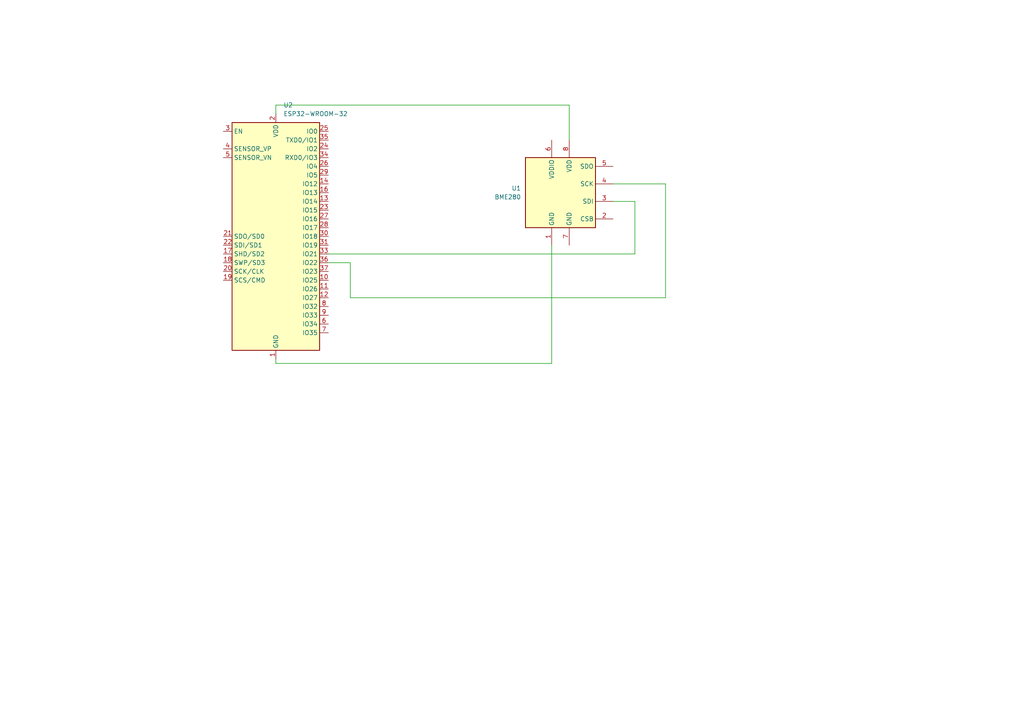
<source format=kicad_sch>
(kicad_sch (version 20230121) (generator eeschema)
  (paper "A4")
  (lib_symbols
    (symbol "RF_Module:ESP32-WROOM-32"
      (property "Reference" "U" (at -12.7 34.29 0))
      (property "Value" "ESP32-WROOM-32" (at 1.27 34.29 0))
      (symbol "ESP32-WROOM-32_0_1"
        (rectangle (start -12.7 33.02) (end 12.7 -33.02) (stroke (width 0.254)) (fill (type background)))
      )
      (symbol "ESP32-WROOM-32_1_1"
        (pin power_in line (at 0 -35.56 90) (length 2.54) (name "GND") (number "1"))
        (pin bidirectional line (at 15.24 -12.7 180) (length 2.54) (name "IO25") (number "10"))
        (pin bidirectional line (at 15.24 -15.24 180) (length 2.54) (name "IO26") (number "11"))
        (pin bidirectional line (at 15.24 -17.78 180) (length 2.54) (name "IO27") (number "12"))
        (pin bidirectional line (at 15.24 10.16 180) (length 2.54) (name "IO14") (number "13"))
        (pin bidirectional line (at 15.24 15.24 180) (length 2.54) (name "IO12") (number "14"))
        (pin passive line (at 0 -35.56 90) (length 2.54) hide (name "GND") (number "15"))
        (pin bidirectional line (at 15.24 12.7 180) (length 2.54) (name "IO13") (number "16"))
        (pin bidirectional line (at -15.24 -5.08 0) (length 2.54) (name "SHD/SD2") (number "17"))
        (pin bidirectional line (at -15.24 -7.62 0) (length 2.54) (name "SWP/SD3") (number "18"))
        (pin bidirectional line (at -15.24 -12.7 0) (length 2.54) (name "SCS/CMD") (number "19"))
        (pin power_in line (at 0 35.56 270) (length 2.54) (name "VDD") (number "2"))
        (pin bidirectional line (at -15.24 -10.16 0) (length 2.54) (name "SCK/CLK") (number "20"))
        (pin bidirectional line (at -15.24 0 0) (length 2.54) (name "SDO/SD0") (number "21"))
        (pin bidirectional line (at -15.24 -2.54 0) (length 2.54) (name "SDI/SD1") (number "22"))
        (pin bidirectional line (at 15.24 7.62 180) (length 2.54) (name "IO15") (number "23"))
        (pin bidirectional line (at 15.24 25.4 180) (length 2.54) (name "IO2") (number "24"))
        (pin bidirectional line (at 15.24 30.48 180) (length 2.54) (name "IO0") (number "25"))
        (pin bidirectional line (at 15.24 20.32 180) (length 2.54) (name "IO4") (number "26"))
        (pin bidirectional line (at 15.24 5.08 180) (length 2.54) (name "IO16") (number "27"))
        (pin bidirectional line (at 15.24 2.54 180) (length 2.54) (name "IO17") (number "28"))
        (pin bidirectional line (at 15.24 17.78 180) (length 2.54) (name "IO5") (number "29"))
        (pin input line (at -15.24 30.48 0) (length 2.54) (name "EN") (number "3"))
        (pin bidirectional line (at 15.24 0 180) (length 2.54) (name "IO18") (number "30"))
        (pin bidirectional line (at 15.24 -2.54 180) (length 2.54) (name "IO19") (number "31"))
        (pin no_connect line (at -12.7 -27.94 0) (length 2.54) hide (name "NC") (number "32"))
        (pin bidirectional line (at 15.24 -5.08 180) (length 2.54) (name "IO21") (number "33"))
        (pin bidirectional line (at 15.24 22.86 180) (length 2.54) (name "RXD0/IO3") (number "34"))
        (pin bidirectional line (at 15.24 27.94 180) (length 2.54) (name "TXD0/IO1") (number "35"))
        (pin bidirectional line (at 15.24 -7.62 180) (length 2.54) (name "IO22") (number "36"))
        (pin bidirectional line (at 15.24 -10.16 180) (length 2.54) (name "IO23") (number "37"))
        (pin passive line (at 0 -35.56 90) (length 2.54) hide (name "GND") (number "38"))
        (pin passive line (at 0 -35.56 90) (length 2.54) hide (name "GND") (number "39"))
        (pin input line (at -15.24 25.4 0) (length 2.54) (name "SENSOR_VP") (number "4"))
        (pin input line (at -15.24 22.86 0) (length 2.54) (name "SENSOR_VN") (number "5"))
        (pin input line (at 15.24 -25.4 180) (length 2.54) (name "IO34") (number "6"))
        (pin input line (at 15.24 -27.94 180) (length 2.54) (name "IO35") (number "7"))
        (pin bidirectional line (at 15.24 -20.32 180) (length 2.54) (name "IO32") (number "8"))
        (pin bidirectional line (at 15.24 -22.86 180) (length 2.54) (name "IO33") (number "9"))
      )
    )
    (symbol "Sensor:BME280"
      (property "Reference" "U" (at -8.89 11.43 0))
      (property "Value" "BME280" (at 7.62 11.43 0))
      (symbol "BME280_0_1"
        (rectangle (start -10.16 10.16) (end 10.16 -10.16) (stroke (width 0.254)) (fill (type background)))
      )
      (symbol "BME280_1_1"
        (pin power_in line (at -2.54 -15.24 90) (length 5.08) (name "GND") (number "1"))
        (pin input line (at 15.24 -7.62 180) (length 5.08) (name "CSB") (number "2"))
        (pin bidirectional line (at 15.24 -2.54 180) (length 5.08) (name "SDI") (number "3"))
        (pin input line (at 15.24 2.54 180) (length 5.08) (name "SCK") (number "4"))
        (pin bidirectional line (at 15.24 7.62 180) (length 5.08) (name "SDO") (number "5"))
        (pin power_in line (at -2.54 15.24 270) (length 5.08) (name "VDDIO") (number "6"))
        (pin power_in line (at 2.54 -15.24 90) (length 5.08) (name "GND") (number "7"))
        (pin power_in line (at 2.54 15.24 270) (length 5.08) (name "VDD") (number "8"))
      )
    )
  )
  (wire (pts (xy 184.15 73.66) (xy 95.25 73.66)))
  (wire (pts (xy 177.8 53.34) (xy 193.04 53.34)))
  (wire (pts (xy 193.04 53.34) (xy 193.04 86.36)))
  (wire (pts (xy 193.04 86.36) (xy 101.6 86.36)))
  (wire (pts (xy 165.1 30.48) (xy 80.01 30.48)))
  (wire (pts (xy 160.02 105.41) (xy 80.01 105.41)))
  (wire (pts (xy 160.02 71.12) (xy 160.02 105.41)))
  (wire (pts (xy 80.01 105.41) (xy 80.01 104.14)))
  (wire (pts (xy 101.6 76.2) (xy 95.25 76.2)))
  (wire (pts (xy 101.6 86.36) (xy 101.6 76.2)))
  (wire (pts (xy 80.01 30.48) (xy 80.01 33.02)))
  (wire (pts (xy 165.1 40.64) (xy 165.1 30.48)))
  (wire (pts (xy 184.15 58.42) (xy 184.15 73.66)))
  (wire (pts (xy 177.8 58.42) (xy 184.15 58.42)))
  (symbol (lib_id "RF_Module:ESP32-WROOM-32") (at 80.01 68.58 0) (unit 1)
    (property "Reference" "U2" (at 82.2041 30.48 0) (effects (justify left)))
    (property "Value" "ESP32-WROOM-32" (at 82.2041 33.02 0) (effects (justify left)))
    (property "Footprint" "RF_Module:ESP32-WROOM-32" (effects hide))
    (property "Datasheet" "https://www.espressif.com/sites/default/files/documentation/esp32-wroom-32_datasheet_en.pdf" (effects hide))
  )
  (symbol (lib_id "Sensor:BME280") (at 162.56 55.88 0) (unit 1)
    (property "Reference" "U1" (at 151.13 54.61 0) (effects (justify right)))
    (property "Value" "BME280" (at 151.13 57.15 0) (effects (justify right)))
    (property "Footprint" "Package_LGA:Bosch_LGA-8_2.5x2.5mm_P0.65mm_ClockwisePinNumbering" (effects hide))
    (property "Datasheet" "https://www.bosch-sensortec.com/media/boschsensortec/downloads/datasheets/bst-bme280-ds002.pdf" (effects hide))
  )
)
</source>
